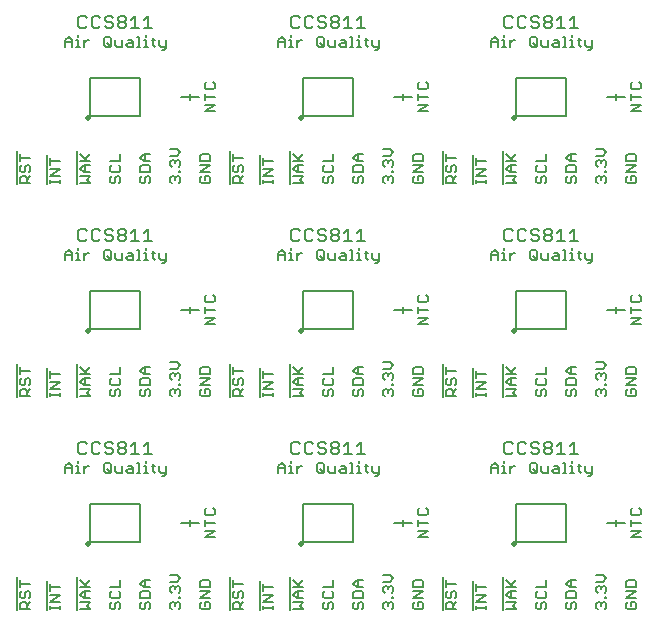
<source format=gto>
G75*
%MOIN*%
%OFA0B0*%
%FSLAX25Y25*%
%IPPOS*%
%LPD*%
%AMOC8*
5,1,8,0,0,1.08239X$1,22.5*
%
%ADD10C,0.00600*%
%ADD11C,0.00700*%
%ADD12C,0.00800*%
%ADD13C,0.02007*%
%ADD14C,0.00500*%
D10*
X0004350Y0016060D02*
X0004350Y0027109D01*
X0005547Y0025995D02*
X0005547Y0023726D01*
X0005547Y0024861D02*
X0008950Y0024861D01*
X0008383Y0022312D02*
X0008950Y0021745D01*
X0008950Y0020610D01*
X0008383Y0020043D01*
X0007249Y0020610D02*
X0007249Y0021745D01*
X0007816Y0022312D01*
X0008383Y0022312D01*
X0007249Y0020610D02*
X0006681Y0020043D01*
X0006114Y0020043D01*
X0005547Y0020610D01*
X0005547Y0021745D01*
X0006114Y0022312D01*
X0006114Y0018629D02*
X0007249Y0018629D01*
X0007816Y0018061D01*
X0007816Y0016360D01*
X0008950Y0016360D02*
X0005547Y0016360D01*
X0005547Y0018061D01*
X0006114Y0018629D01*
X0007816Y0017494D02*
X0008950Y0018629D01*
X0014350Y0016060D02*
X0014350Y0025882D01*
X0015547Y0024767D02*
X0015547Y0022499D01*
X0015547Y0023633D02*
X0018950Y0023633D01*
X0018950Y0021084D02*
X0015547Y0021084D01*
X0015547Y0018815D02*
X0018950Y0021084D01*
X0018950Y0018815D02*
X0015547Y0018815D01*
X0015547Y0017494D02*
X0015547Y0016360D01*
X0015547Y0016927D02*
X0018950Y0016927D01*
X0018950Y0016360D02*
X0018950Y0017494D01*
X0024350Y0016060D02*
X0024350Y0027109D01*
X0025547Y0025995D02*
X0027816Y0023726D01*
X0027249Y0024293D02*
X0028950Y0025995D01*
X0028950Y0023726D02*
X0025547Y0023726D01*
X0026681Y0022312D02*
X0025547Y0021177D01*
X0026681Y0020043D01*
X0028950Y0020043D01*
X0028950Y0018629D02*
X0025547Y0018629D01*
X0027249Y0020043D02*
X0027249Y0022312D01*
X0026681Y0022312D02*
X0028950Y0022312D01*
X0028950Y0018629D02*
X0027816Y0017494D01*
X0028950Y0016360D01*
X0025547Y0016360D01*
X0035547Y0016927D02*
X0036114Y0016360D01*
X0036681Y0016360D01*
X0037249Y0016927D01*
X0037249Y0018061D01*
X0037816Y0018629D01*
X0038383Y0018629D01*
X0038950Y0018061D01*
X0038950Y0016927D01*
X0038383Y0016360D01*
X0035547Y0016927D02*
X0035547Y0018061D01*
X0036114Y0018629D01*
X0036114Y0020043D02*
X0038383Y0020043D01*
X0038950Y0020610D01*
X0038950Y0021745D01*
X0038383Y0022312D01*
X0038950Y0023726D02*
X0038950Y0025995D01*
X0038950Y0023726D02*
X0035547Y0023726D01*
X0036114Y0022312D02*
X0035547Y0021745D01*
X0035547Y0020610D01*
X0036114Y0020043D01*
X0045547Y0020043D02*
X0045547Y0021745D01*
X0046114Y0022312D01*
X0048383Y0022312D01*
X0048950Y0021745D01*
X0048950Y0020043D01*
X0045547Y0020043D01*
X0046114Y0018629D02*
X0045547Y0018061D01*
X0045547Y0016927D01*
X0046114Y0016360D01*
X0046681Y0016360D01*
X0047249Y0016927D01*
X0047249Y0018061D01*
X0047816Y0018629D01*
X0048383Y0018629D01*
X0048950Y0018061D01*
X0048950Y0016927D01*
X0048383Y0016360D01*
X0055547Y0016927D02*
X0055547Y0018061D01*
X0056114Y0018629D01*
X0056681Y0018629D01*
X0057249Y0018061D01*
X0057816Y0018629D01*
X0058383Y0018629D01*
X0058950Y0018061D01*
X0058950Y0016927D01*
X0058383Y0016360D01*
X0057249Y0017494D02*
X0057249Y0018061D01*
X0056114Y0016360D02*
X0055547Y0016927D01*
X0058383Y0020043D02*
X0058383Y0020610D01*
X0058950Y0020610D01*
X0058950Y0020043D01*
X0058383Y0020043D01*
X0058383Y0021885D02*
X0058950Y0022452D01*
X0058950Y0023586D01*
X0058383Y0024153D01*
X0057816Y0024153D01*
X0057249Y0023586D01*
X0057249Y0023019D01*
X0057249Y0023586D02*
X0056681Y0024153D01*
X0056114Y0024153D01*
X0055547Y0023586D01*
X0055547Y0022452D01*
X0056114Y0021885D01*
X0055547Y0025568D02*
X0057816Y0025568D01*
X0058950Y0026702D01*
X0057816Y0027836D01*
X0055547Y0027836D01*
X0048950Y0025995D02*
X0046681Y0025995D01*
X0045547Y0024861D01*
X0046681Y0023726D01*
X0048950Y0023726D01*
X0047249Y0023726D02*
X0047249Y0025995D01*
X0065547Y0025428D02*
X0065547Y0023726D01*
X0068950Y0023726D01*
X0068950Y0025428D01*
X0068383Y0025995D01*
X0066114Y0025995D01*
X0065547Y0025428D01*
X0065547Y0022312D02*
X0068950Y0022312D01*
X0065547Y0020043D01*
X0068950Y0020043D01*
X0068383Y0018629D02*
X0067249Y0018629D01*
X0067249Y0017494D01*
X0068383Y0016360D02*
X0066114Y0016360D01*
X0065547Y0016927D01*
X0065547Y0018061D01*
X0066114Y0018629D01*
X0068383Y0018629D02*
X0068950Y0018061D01*
X0068950Y0016927D01*
X0068383Y0016360D01*
X0075350Y0016060D02*
X0075350Y0027109D01*
X0076547Y0025995D02*
X0076547Y0023726D01*
X0076547Y0024861D02*
X0079950Y0024861D01*
X0079383Y0022312D02*
X0079950Y0021745D01*
X0079950Y0020610D01*
X0079383Y0020043D01*
X0078249Y0020610D02*
X0078249Y0021745D01*
X0078816Y0022312D01*
X0079383Y0022312D01*
X0078249Y0020610D02*
X0077681Y0020043D01*
X0077114Y0020043D01*
X0076547Y0020610D01*
X0076547Y0021745D01*
X0077114Y0022312D01*
X0077114Y0018629D02*
X0078249Y0018629D01*
X0078816Y0018061D01*
X0078816Y0016360D01*
X0079950Y0016360D02*
X0076547Y0016360D01*
X0076547Y0018061D01*
X0077114Y0018629D01*
X0078816Y0017494D02*
X0079950Y0018629D01*
X0085350Y0016060D02*
X0085350Y0025882D01*
X0086547Y0024767D02*
X0086547Y0022499D01*
X0086547Y0023633D02*
X0089950Y0023633D01*
X0089950Y0021084D02*
X0086547Y0021084D01*
X0086547Y0018815D02*
X0089950Y0021084D01*
X0089950Y0018815D02*
X0086547Y0018815D01*
X0086547Y0017494D02*
X0086547Y0016360D01*
X0086547Y0016927D02*
X0089950Y0016927D01*
X0089950Y0016360D02*
X0089950Y0017494D01*
X0095350Y0016060D02*
X0095350Y0027109D01*
X0096547Y0025995D02*
X0098816Y0023726D01*
X0098249Y0024293D02*
X0099950Y0025995D01*
X0099950Y0023726D02*
X0096547Y0023726D01*
X0097681Y0022312D02*
X0099950Y0022312D01*
X0098249Y0022312D02*
X0098249Y0020043D01*
X0097681Y0020043D02*
X0096547Y0021177D01*
X0097681Y0022312D01*
X0097681Y0020043D02*
X0099950Y0020043D01*
X0099950Y0018629D02*
X0096547Y0018629D01*
X0096547Y0016360D02*
X0099950Y0016360D01*
X0098816Y0017494D01*
X0099950Y0018629D01*
X0106547Y0018061D02*
X0106547Y0016927D01*
X0107114Y0016360D01*
X0107681Y0016360D01*
X0108249Y0016927D01*
X0108249Y0018061D01*
X0108816Y0018629D01*
X0109383Y0018629D01*
X0109950Y0018061D01*
X0109950Y0016927D01*
X0109383Y0016360D01*
X0107114Y0018629D02*
X0106547Y0018061D01*
X0107114Y0020043D02*
X0109383Y0020043D01*
X0109950Y0020610D01*
X0109950Y0021745D01*
X0109383Y0022312D01*
X0109950Y0023726D02*
X0109950Y0025995D01*
X0109950Y0023726D02*
X0106547Y0023726D01*
X0107114Y0022312D02*
X0106547Y0021745D01*
X0106547Y0020610D01*
X0107114Y0020043D01*
X0116547Y0020043D02*
X0116547Y0021745D01*
X0117114Y0022312D01*
X0119383Y0022312D01*
X0119950Y0021745D01*
X0119950Y0020043D01*
X0116547Y0020043D01*
X0117114Y0018629D02*
X0116547Y0018061D01*
X0116547Y0016927D01*
X0117114Y0016360D01*
X0117681Y0016360D01*
X0118249Y0016927D01*
X0118249Y0018061D01*
X0118816Y0018629D01*
X0119383Y0018629D01*
X0119950Y0018061D01*
X0119950Y0016927D01*
X0119383Y0016360D01*
X0119950Y0023726D02*
X0117681Y0023726D01*
X0116547Y0024861D01*
X0117681Y0025995D01*
X0119950Y0025995D01*
X0118249Y0025995D02*
X0118249Y0023726D01*
X0126547Y0023586D02*
X0127114Y0024153D01*
X0127681Y0024153D01*
X0128249Y0023586D01*
X0128816Y0024153D01*
X0129383Y0024153D01*
X0129950Y0023586D01*
X0129950Y0022452D01*
X0129383Y0021885D01*
X0129383Y0020610D02*
X0129950Y0020610D01*
X0129950Y0020043D01*
X0129383Y0020043D01*
X0129383Y0020610D01*
X0129383Y0018629D02*
X0129950Y0018061D01*
X0129950Y0016927D01*
X0129383Y0016360D01*
X0128249Y0017494D02*
X0128249Y0018061D01*
X0128816Y0018629D01*
X0129383Y0018629D01*
X0128249Y0018061D02*
X0127681Y0018629D01*
X0127114Y0018629D01*
X0126547Y0018061D01*
X0126547Y0016927D01*
X0127114Y0016360D01*
X0127114Y0021885D02*
X0126547Y0022452D01*
X0126547Y0023586D01*
X0128249Y0023586D02*
X0128249Y0023019D01*
X0128816Y0025568D02*
X0126547Y0025568D01*
X0126547Y0027836D02*
X0128816Y0027836D01*
X0129950Y0026702D01*
X0128816Y0025568D01*
X0136547Y0025428D02*
X0136547Y0023726D01*
X0139950Y0023726D01*
X0139950Y0025428D01*
X0139383Y0025995D01*
X0137114Y0025995D01*
X0136547Y0025428D01*
X0136547Y0022312D02*
X0139950Y0022312D01*
X0136547Y0020043D01*
X0139950Y0020043D01*
X0139383Y0018629D02*
X0138249Y0018629D01*
X0138249Y0017494D01*
X0139383Y0016360D02*
X0137114Y0016360D01*
X0136547Y0016927D01*
X0136547Y0018061D01*
X0137114Y0018629D01*
X0139383Y0018629D02*
X0139950Y0018061D01*
X0139950Y0016927D01*
X0139383Y0016360D01*
X0146350Y0016060D02*
X0146350Y0027109D01*
X0147547Y0025995D02*
X0147547Y0023726D01*
X0147547Y0024861D02*
X0150950Y0024861D01*
X0150383Y0022312D02*
X0149816Y0022312D01*
X0149249Y0021745D01*
X0149249Y0020610D01*
X0148681Y0020043D01*
X0148114Y0020043D01*
X0147547Y0020610D01*
X0147547Y0021745D01*
X0148114Y0022312D01*
X0150383Y0022312D02*
X0150950Y0021745D01*
X0150950Y0020610D01*
X0150383Y0020043D01*
X0150950Y0018629D02*
X0149816Y0017494D01*
X0149816Y0018061D02*
X0149816Y0016360D01*
X0150950Y0016360D02*
X0147547Y0016360D01*
X0147547Y0018061D01*
X0148114Y0018629D01*
X0149249Y0018629D01*
X0149816Y0018061D01*
X0156350Y0016060D02*
X0156350Y0025882D01*
X0157547Y0024767D02*
X0157547Y0022499D01*
X0157547Y0023633D02*
X0160950Y0023633D01*
X0160950Y0021084D02*
X0157547Y0021084D01*
X0157547Y0018815D02*
X0160950Y0021084D01*
X0160950Y0018815D02*
X0157547Y0018815D01*
X0157547Y0017494D02*
X0157547Y0016360D01*
X0157547Y0016927D02*
X0160950Y0016927D01*
X0160950Y0016360D02*
X0160950Y0017494D01*
X0166350Y0016060D02*
X0166350Y0027109D01*
X0167547Y0025995D02*
X0169816Y0023726D01*
X0169249Y0024293D02*
X0170950Y0025995D01*
X0170950Y0023726D02*
X0167547Y0023726D01*
X0168681Y0022312D02*
X0170950Y0022312D01*
X0169249Y0022312D02*
X0169249Y0020043D01*
X0168681Y0020043D02*
X0167547Y0021177D01*
X0168681Y0022312D01*
X0168681Y0020043D02*
X0170950Y0020043D01*
X0170950Y0018629D02*
X0167547Y0018629D01*
X0167547Y0016360D02*
X0170950Y0016360D01*
X0169816Y0017494D01*
X0170950Y0018629D01*
X0177547Y0018061D02*
X0177547Y0016927D01*
X0178114Y0016360D01*
X0178681Y0016360D01*
X0179249Y0016927D01*
X0179249Y0018061D01*
X0179816Y0018629D01*
X0180383Y0018629D01*
X0180950Y0018061D01*
X0180950Y0016927D01*
X0180383Y0016360D01*
X0178114Y0018629D02*
X0177547Y0018061D01*
X0178114Y0020043D02*
X0180383Y0020043D01*
X0180950Y0020610D01*
X0180950Y0021745D01*
X0180383Y0022312D01*
X0180950Y0023726D02*
X0180950Y0025995D01*
X0180950Y0023726D02*
X0177547Y0023726D01*
X0178114Y0022312D02*
X0177547Y0021745D01*
X0177547Y0020610D01*
X0178114Y0020043D01*
X0187547Y0020043D02*
X0187547Y0021745D01*
X0188114Y0022312D01*
X0190383Y0022312D01*
X0190950Y0021745D01*
X0190950Y0020043D01*
X0187547Y0020043D01*
X0188114Y0018629D02*
X0187547Y0018061D01*
X0187547Y0016927D01*
X0188114Y0016360D01*
X0188681Y0016360D01*
X0189249Y0016927D01*
X0189249Y0018061D01*
X0189816Y0018629D01*
X0190383Y0018629D01*
X0190950Y0018061D01*
X0190950Y0016927D01*
X0190383Y0016360D01*
X0197547Y0016927D02*
X0197547Y0018061D01*
X0198114Y0018629D01*
X0198681Y0018629D01*
X0199249Y0018061D01*
X0199816Y0018629D01*
X0200383Y0018629D01*
X0200950Y0018061D01*
X0200950Y0016927D01*
X0200383Y0016360D01*
X0199249Y0017494D02*
X0199249Y0018061D01*
X0198114Y0016360D02*
X0197547Y0016927D01*
X0200383Y0020043D02*
X0200383Y0020610D01*
X0200950Y0020610D01*
X0200950Y0020043D01*
X0200383Y0020043D01*
X0200383Y0021885D02*
X0200950Y0022452D01*
X0200950Y0023586D01*
X0200383Y0024153D01*
X0199816Y0024153D01*
X0199249Y0023586D01*
X0199249Y0023019D01*
X0199249Y0023586D02*
X0198681Y0024153D01*
X0198114Y0024153D01*
X0197547Y0023586D01*
X0197547Y0022452D01*
X0198114Y0021885D01*
X0197547Y0025568D02*
X0199816Y0025568D01*
X0200950Y0026702D01*
X0199816Y0027836D01*
X0197547Y0027836D01*
X0190950Y0025995D02*
X0188681Y0025995D01*
X0187547Y0024861D01*
X0188681Y0023726D01*
X0190950Y0023726D01*
X0189249Y0023726D02*
X0189249Y0025995D01*
X0207547Y0025428D02*
X0207547Y0023726D01*
X0210950Y0023726D01*
X0210950Y0025428D01*
X0210383Y0025995D01*
X0208114Y0025995D01*
X0207547Y0025428D01*
X0207547Y0022312D02*
X0210950Y0022312D01*
X0207547Y0020043D01*
X0210950Y0020043D01*
X0210383Y0018629D02*
X0209249Y0018629D01*
X0209249Y0017494D01*
X0210383Y0016360D02*
X0210950Y0016927D01*
X0210950Y0018061D01*
X0210383Y0018629D01*
X0208114Y0018629D02*
X0207547Y0018061D01*
X0207547Y0016927D01*
X0208114Y0016360D01*
X0210383Y0016360D01*
X0209047Y0040335D02*
X0212450Y0042604D01*
X0209047Y0042604D01*
X0209047Y0044018D02*
X0209047Y0046287D01*
X0209047Y0045153D02*
X0212450Y0045153D01*
X0211883Y0047702D02*
X0209614Y0047702D01*
X0209047Y0048269D01*
X0209047Y0049403D01*
X0209614Y0049970D01*
X0211883Y0049970D02*
X0212450Y0049403D01*
X0212450Y0048269D01*
X0211883Y0047702D01*
X0212450Y0040335D02*
X0209047Y0040335D01*
X0195563Y0060726D02*
X0194996Y0060726D01*
X0195563Y0060726D02*
X0196130Y0061293D01*
X0196130Y0064129D01*
X0193862Y0064129D02*
X0193862Y0062427D01*
X0194429Y0061860D01*
X0196130Y0061860D01*
X0192541Y0061860D02*
X0191973Y0062427D01*
X0191973Y0064696D01*
X0191406Y0064129D02*
X0192541Y0064129D01*
X0189518Y0064129D02*
X0189518Y0061860D01*
X0188951Y0061860D02*
X0190085Y0061860D01*
X0189518Y0064129D02*
X0188951Y0064129D01*
X0189518Y0065263D02*
X0189518Y0065830D01*
X0187063Y0065263D02*
X0187063Y0061860D01*
X0187630Y0061860D02*
X0186495Y0061860D01*
X0185081Y0061860D02*
X0183379Y0061860D01*
X0182812Y0062427D01*
X0183379Y0062994D01*
X0185081Y0062994D01*
X0185081Y0063561D02*
X0185081Y0061860D01*
X0185081Y0063561D02*
X0184514Y0064129D01*
X0183379Y0064129D01*
X0181398Y0064129D02*
X0181398Y0061860D01*
X0179696Y0061860D01*
X0179129Y0062427D01*
X0179129Y0064129D01*
X0177715Y0064696D02*
X0177715Y0062427D01*
X0177148Y0061860D01*
X0176013Y0061860D01*
X0175446Y0062427D01*
X0175446Y0064696D01*
X0176013Y0065263D01*
X0177148Y0065263D01*
X0177715Y0064696D01*
X0176580Y0062994D02*
X0177715Y0061860D01*
X0170395Y0064129D02*
X0169828Y0064129D01*
X0168694Y0062994D01*
X0168694Y0061860D02*
X0168694Y0064129D01*
X0166805Y0064129D02*
X0166805Y0061860D01*
X0166238Y0061860D02*
X0167373Y0061860D01*
X0166805Y0064129D02*
X0166238Y0064129D01*
X0166805Y0065263D02*
X0166805Y0065830D01*
X0164824Y0064129D02*
X0164824Y0061860D01*
X0164824Y0063561D02*
X0162555Y0063561D01*
X0162555Y0064129D02*
X0162555Y0061860D01*
X0162555Y0064129D02*
X0163689Y0065263D01*
X0164824Y0064129D01*
X0186495Y0065263D02*
X0187063Y0065263D01*
X0188114Y0087360D02*
X0188681Y0087360D01*
X0189249Y0087927D01*
X0189249Y0089061D01*
X0189816Y0089629D01*
X0190383Y0089629D01*
X0190950Y0089061D01*
X0190950Y0087927D01*
X0190383Y0087360D01*
X0188114Y0087360D02*
X0187547Y0087927D01*
X0187547Y0089061D01*
X0188114Y0089629D01*
X0187547Y0091043D02*
X0187547Y0092745D01*
X0188114Y0093312D01*
X0190383Y0093312D01*
X0190950Y0092745D01*
X0190950Y0091043D01*
X0187547Y0091043D01*
X0188681Y0094726D02*
X0187547Y0095861D01*
X0188681Y0096995D01*
X0190950Y0096995D01*
X0189249Y0096995D02*
X0189249Y0094726D01*
X0188681Y0094726D02*
X0190950Y0094726D01*
X0197547Y0094586D02*
X0197547Y0093452D01*
X0198114Y0092885D01*
X0199249Y0094019D02*
X0199249Y0094586D01*
X0199816Y0095153D01*
X0200383Y0095153D01*
X0200950Y0094586D01*
X0200950Y0093452D01*
X0200383Y0092885D01*
X0200383Y0091610D02*
X0200950Y0091610D01*
X0200950Y0091043D01*
X0200383Y0091043D01*
X0200383Y0091610D01*
X0200383Y0089629D02*
X0199816Y0089629D01*
X0199249Y0089061D01*
X0199249Y0088494D01*
X0199249Y0089061D02*
X0198681Y0089629D01*
X0198114Y0089629D01*
X0197547Y0089061D01*
X0197547Y0087927D01*
X0198114Y0087360D01*
X0200383Y0087360D02*
X0200950Y0087927D01*
X0200950Y0089061D01*
X0200383Y0089629D01*
X0199249Y0094586D02*
X0198681Y0095153D01*
X0198114Y0095153D01*
X0197547Y0094586D01*
X0197547Y0096568D02*
X0199816Y0096568D01*
X0200950Y0097702D01*
X0199816Y0098836D01*
X0197547Y0098836D01*
X0207547Y0096428D02*
X0207547Y0094726D01*
X0210950Y0094726D01*
X0210950Y0096428D01*
X0210383Y0096995D01*
X0208114Y0096995D01*
X0207547Y0096428D01*
X0207547Y0093312D02*
X0210950Y0093312D01*
X0207547Y0091043D01*
X0210950Y0091043D01*
X0210383Y0089629D02*
X0209249Y0089629D01*
X0209249Y0088494D01*
X0210383Y0087360D02*
X0208114Y0087360D01*
X0207547Y0087927D01*
X0207547Y0089061D01*
X0208114Y0089629D01*
X0210383Y0089629D02*
X0210950Y0089061D01*
X0210950Y0087927D01*
X0210383Y0087360D01*
X0209047Y0111335D02*
X0212450Y0113604D01*
X0209047Y0113604D01*
X0209047Y0115018D02*
X0209047Y0117287D01*
X0209047Y0116153D02*
X0212450Y0116153D01*
X0211883Y0118702D02*
X0209614Y0118702D01*
X0209047Y0119269D01*
X0209047Y0120403D01*
X0209614Y0120970D01*
X0211883Y0120970D02*
X0212450Y0120403D01*
X0212450Y0119269D01*
X0211883Y0118702D01*
X0212450Y0111335D02*
X0209047Y0111335D01*
X0195563Y0131726D02*
X0194996Y0131726D01*
X0195563Y0131726D02*
X0196130Y0132293D01*
X0196130Y0135129D01*
X0193862Y0135129D02*
X0193862Y0133427D01*
X0194429Y0132860D01*
X0196130Y0132860D01*
X0192541Y0132860D02*
X0191973Y0133427D01*
X0191973Y0135696D01*
X0191406Y0135129D02*
X0192541Y0135129D01*
X0189518Y0135129D02*
X0189518Y0132860D01*
X0188951Y0132860D02*
X0190085Y0132860D01*
X0189518Y0135129D02*
X0188951Y0135129D01*
X0189518Y0136263D02*
X0189518Y0136830D01*
X0187063Y0136263D02*
X0187063Y0132860D01*
X0187630Y0132860D02*
X0186495Y0132860D01*
X0185081Y0132860D02*
X0183379Y0132860D01*
X0182812Y0133427D01*
X0183379Y0133994D01*
X0185081Y0133994D01*
X0185081Y0134561D02*
X0185081Y0132860D01*
X0185081Y0134561D02*
X0184514Y0135129D01*
X0183379Y0135129D01*
X0181398Y0135129D02*
X0181398Y0132860D01*
X0179696Y0132860D01*
X0179129Y0133427D01*
X0179129Y0135129D01*
X0177715Y0135696D02*
X0177715Y0133427D01*
X0177148Y0132860D01*
X0176013Y0132860D01*
X0175446Y0133427D01*
X0175446Y0135696D01*
X0176013Y0136263D01*
X0177148Y0136263D01*
X0177715Y0135696D01*
X0176580Y0133994D02*
X0177715Y0132860D01*
X0170395Y0135129D02*
X0169828Y0135129D01*
X0168694Y0133994D01*
X0168694Y0132860D02*
X0168694Y0135129D01*
X0166805Y0135129D02*
X0166805Y0132860D01*
X0166238Y0132860D02*
X0167373Y0132860D01*
X0166805Y0135129D02*
X0166238Y0135129D01*
X0166805Y0136263D02*
X0166805Y0136830D01*
X0164824Y0135129D02*
X0164824Y0132860D01*
X0164824Y0134561D02*
X0162555Y0134561D01*
X0162555Y0135129D02*
X0163689Y0136263D01*
X0164824Y0135129D01*
X0162555Y0135129D02*
X0162555Y0132860D01*
X0141450Y0120403D02*
X0140883Y0120970D01*
X0141450Y0120403D02*
X0141450Y0119269D01*
X0140883Y0118702D01*
X0138614Y0118702D01*
X0138047Y0119269D01*
X0138047Y0120403D01*
X0138614Y0120970D01*
X0138047Y0117287D02*
X0138047Y0115018D01*
X0138047Y0116153D02*
X0141450Y0116153D01*
X0141450Y0113604D02*
X0138047Y0113604D01*
X0138047Y0111335D02*
X0141450Y0113604D01*
X0141450Y0111335D02*
X0138047Y0111335D01*
X0128816Y0098836D02*
X0126547Y0098836D01*
X0128816Y0098836D02*
X0129950Y0097702D01*
X0128816Y0096568D01*
X0126547Y0096568D01*
X0127114Y0095153D02*
X0127681Y0095153D01*
X0128249Y0094586D01*
X0128816Y0095153D01*
X0129383Y0095153D01*
X0129950Y0094586D01*
X0129950Y0093452D01*
X0129383Y0092885D01*
X0129383Y0091610D02*
X0129950Y0091610D01*
X0129950Y0091043D01*
X0129383Y0091043D01*
X0129383Y0091610D01*
X0129383Y0089629D02*
X0129950Y0089061D01*
X0129950Y0087927D01*
X0129383Y0087360D01*
X0128249Y0088494D02*
X0128249Y0089061D01*
X0128816Y0089629D01*
X0129383Y0089629D01*
X0128249Y0089061D02*
X0127681Y0089629D01*
X0127114Y0089629D01*
X0126547Y0089061D01*
X0126547Y0087927D01*
X0127114Y0087360D01*
X0127114Y0092885D02*
X0126547Y0093452D01*
X0126547Y0094586D01*
X0127114Y0095153D01*
X0128249Y0094586D02*
X0128249Y0094019D01*
X0136547Y0093312D02*
X0139950Y0093312D01*
X0136547Y0091043D01*
X0139950Y0091043D01*
X0139383Y0089629D02*
X0138249Y0089629D01*
X0138249Y0088494D01*
X0139383Y0087360D02*
X0137114Y0087360D01*
X0136547Y0087927D01*
X0136547Y0089061D01*
X0137114Y0089629D01*
X0139383Y0089629D02*
X0139950Y0089061D01*
X0139950Y0087927D01*
X0139383Y0087360D01*
X0146350Y0087060D02*
X0146350Y0098109D01*
X0147547Y0096995D02*
X0147547Y0094726D01*
X0147547Y0095861D02*
X0150950Y0095861D01*
X0150383Y0093312D02*
X0149816Y0093312D01*
X0149249Y0092745D01*
X0149249Y0091610D01*
X0148681Y0091043D01*
X0148114Y0091043D01*
X0147547Y0091610D01*
X0147547Y0092745D01*
X0148114Y0093312D01*
X0150383Y0093312D02*
X0150950Y0092745D01*
X0150950Y0091610D01*
X0150383Y0091043D01*
X0150950Y0089629D02*
X0149816Y0088494D01*
X0149816Y0089061D02*
X0149816Y0087360D01*
X0150950Y0087360D02*
X0147547Y0087360D01*
X0147547Y0089061D01*
X0148114Y0089629D01*
X0149249Y0089629D01*
X0149816Y0089061D01*
X0156350Y0087060D02*
X0156350Y0096882D01*
X0157547Y0095767D02*
X0157547Y0093499D01*
X0157547Y0094633D02*
X0160950Y0094633D01*
X0160950Y0092084D02*
X0157547Y0092084D01*
X0157547Y0089815D02*
X0160950Y0092084D01*
X0160950Y0089815D02*
X0157547Y0089815D01*
X0157547Y0088494D02*
X0157547Y0087360D01*
X0157547Y0087927D02*
X0160950Y0087927D01*
X0160950Y0087360D02*
X0160950Y0088494D01*
X0166350Y0087060D02*
X0166350Y0098109D01*
X0167547Y0096995D02*
X0169816Y0094726D01*
X0169249Y0095293D02*
X0170950Y0096995D01*
X0170950Y0094726D02*
X0167547Y0094726D01*
X0168681Y0093312D02*
X0170950Y0093312D01*
X0169249Y0093312D02*
X0169249Y0091043D01*
X0168681Y0091043D02*
X0167547Y0092177D01*
X0168681Y0093312D01*
X0168681Y0091043D02*
X0170950Y0091043D01*
X0170950Y0089629D02*
X0167547Y0089629D01*
X0167547Y0087360D02*
X0170950Y0087360D01*
X0169816Y0088494D01*
X0170950Y0089629D01*
X0177547Y0089061D02*
X0177547Y0087927D01*
X0178114Y0087360D01*
X0178681Y0087360D01*
X0179249Y0087927D01*
X0179249Y0089061D01*
X0179816Y0089629D01*
X0180383Y0089629D01*
X0180950Y0089061D01*
X0180950Y0087927D01*
X0180383Y0087360D01*
X0178114Y0089629D02*
X0177547Y0089061D01*
X0178114Y0091043D02*
X0180383Y0091043D01*
X0180950Y0091610D01*
X0180950Y0092745D01*
X0180383Y0093312D01*
X0180950Y0094726D02*
X0180950Y0096995D01*
X0180950Y0094726D02*
X0177547Y0094726D01*
X0178114Y0093312D02*
X0177547Y0092745D01*
X0177547Y0091610D01*
X0178114Y0091043D01*
X0139950Y0094726D02*
X0139950Y0096428D01*
X0139383Y0096995D01*
X0137114Y0096995D01*
X0136547Y0096428D01*
X0136547Y0094726D01*
X0139950Y0094726D01*
X0119950Y0094726D02*
X0117681Y0094726D01*
X0116547Y0095861D01*
X0117681Y0096995D01*
X0119950Y0096995D01*
X0118249Y0096995D02*
X0118249Y0094726D01*
X0119383Y0093312D02*
X0117114Y0093312D01*
X0116547Y0092745D01*
X0116547Y0091043D01*
X0119950Y0091043D01*
X0119950Y0092745D01*
X0119383Y0093312D01*
X0119383Y0089629D02*
X0119950Y0089061D01*
X0119950Y0087927D01*
X0119383Y0087360D01*
X0118249Y0087927D02*
X0117681Y0087360D01*
X0117114Y0087360D01*
X0116547Y0087927D01*
X0116547Y0089061D01*
X0117114Y0089629D01*
X0118249Y0089061D02*
X0118816Y0089629D01*
X0119383Y0089629D01*
X0118249Y0089061D02*
X0118249Y0087927D01*
X0109950Y0087927D02*
X0109383Y0087360D01*
X0109950Y0087927D02*
X0109950Y0089061D01*
X0109383Y0089629D01*
X0108816Y0089629D01*
X0108249Y0089061D01*
X0108249Y0087927D01*
X0107681Y0087360D01*
X0107114Y0087360D01*
X0106547Y0087927D01*
X0106547Y0089061D01*
X0107114Y0089629D01*
X0107114Y0091043D02*
X0109383Y0091043D01*
X0109950Y0091610D01*
X0109950Y0092745D01*
X0109383Y0093312D01*
X0109950Y0094726D02*
X0106547Y0094726D01*
X0107114Y0093312D02*
X0106547Y0092745D01*
X0106547Y0091610D01*
X0107114Y0091043D01*
X0109950Y0094726D02*
X0109950Y0096995D01*
X0099950Y0096995D02*
X0098249Y0095293D01*
X0098816Y0094726D02*
X0096547Y0096995D01*
X0095350Y0098109D02*
X0095350Y0087060D01*
X0096547Y0087360D02*
X0099950Y0087360D01*
X0098816Y0088494D01*
X0099950Y0089629D01*
X0096547Y0089629D01*
X0097681Y0091043D02*
X0096547Y0092177D01*
X0097681Y0093312D01*
X0099950Y0093312D01*
X0099950Y0094726D02*
X0096547Y0094726D01*
X0098249Y0093312D02*
X0098249Y0091043D01*
X0097681Y0091043D02*
X0099950Y0091043D01*
X0089950Y0092084D02*
X0086547Y0092084D01*
X0086547Y0093499D02*
X0086547Y0095767D01*
X0086547Y0094633D02*
X0089950Y0094633D01*
X0089950Y0092084D02*
X0086547Y0089815D01*
X0089950Y0089815D01*
X0089950Y0088494D02*
X0089950Y0087360D01*
X0089950Y0087927D02*
X0086547Y0087927D01*
X0086547Y0087360D02*
X0086547Y0088494D01*
X0085350Y0087060D02*
X0085350Y0096882D01*
X0079950Y0095861D02*
X0076547Y0095861D01*
X0076547Y0096995D02*
X0076547Y0094726D01*
X0077114Y0093312D02*
X0076547Y0092745D01*
X0076547Y0091610D01*
X0077114Y0091043D01*
X0077681Y0091043D01*
X0078249Y0091610D01*
X0078249Y0092745D01*
X0078816Y0093312D01*
X0079383Y0093312D01*
X0079950Y0092745D01*
X0079950Y0091610D01*
X0079383Y0091043D01*
X0079950Y0089629D02*
X0078816Y0088494D01*
X0078816Y0089061D02*
X0078816Y0087360D01*
X0079950Y0087360D02*
X0076547Y0087360D01*
X0076547Y0089061D01*
X0077114Y0089629D01*
X0078249Y0089629D01*
X0078816Y0089061D01*
X0075350Y0087060D02*
X0075350Y0098109D01*
X0068950Y0096428D02*
X0068383Y0096995D01*
X0066114Y0096995D01*
X0065547Y0096428D01*
X0065547Y0094726D01*
X0068950Y0094726D01*
X0068950Y0096428D01*
X0068950Y0093312D02*
X0065547Y0093312D01*
X0065547Y0091043D02*
X0068950Y0093312D01*
X0068950Y0091043D02*
X0065547Y0091043D01*
X0066114Y0089629D02*
X0065547Y0089061D01*
X0065547Y0087927D01*
X0066114Y0087360D01*
X0068383Y0087360D01*
X0068950Y0087927D01*
X0068950Y0089061D01*
X0068383Y0089629D01*
X0067249Y0089629D01*
X0067249Y0088494D01*
X0058950Y0087927D02*
X0058383Y0087360D01*
X0058950Y0087927D02*
X0058950Y0089061D01*
X0058383Y0089629D01*
X0057816Y0089629D01*
X0057249Y0089061D01*
X0057249Y0088494D01*
X0057249Y0089061D02*
X0056681Y0089629D01*
X0056114Y0089629D01*
X0055547Y0089061D01*
X0055547Y0087927D01*
X0056114Y0087360D01*
X0058383Y0091043D02*
X0058383Y0091610D01*
X0058950Y0091610D01*
X0058950Y0091043D01*
X0058383Y0091043D01*
X0058383Y0092885D02*
X0058950Y0093452D01*
X0058950Y0094586D01*
X0058383Y0095153D01*
X0057816Y0095153D01*
X0057249Y0094586D01*
X0057249Y0094019D01*
X0057249Y0094586D02*
X0056681Y0095153D01*
X0056114Y0095153D01*
X0055547Y0094586D01*
X0055547Y0093452D01*
X0056114Y0092885D01*
X0055547Y0096568D02*
X0057816Y0096568D01*
X0058950Y0097702D01*
X0057816Y0098836D01*
X0055547Y0098836D01*
X0048950Y0096995D02*
X0046681Y0096995D01*
X0045547Y0095861D01*
X0046681Y0094726D01*
X0048950Y0094726D01*
X0048383Y0093312D02*
X0046114Y0093312D01*
X0045547Y0092745D01*
X0045547Y0091043D01*
X0048950Y0091043D01*
X0048950Y0092745D01*
X0048383Y0093312D01*
X0047249Y0094726D02*
X0047249Y0096995D01*
X0047816Y0089629D02*
X0047249Y0089061D01*
X0047249Y0087927D01*
X0046681Y0087360D01*
X0046114Y0087360D01*
X0045547Y0087927D01*
X0045547Y0089061D01*
X0046114Y0089629D01*
X0047816Y0089629D02*
X0048383Y0089629D01*
X0048950Y0089061D01*
X0048950Y0087927D01*
X0048383Y0087360D01*
X0038950Y0087927D02*
X0038383Y0087360D01*
X0038950Y0087927D02*
X0038950Y0089061D01*
X0038383Y0089629D01*
X0037816Y0089629D01*
X0037249Y0089061D01*
X0037249Y0087927D01*
X0036681Y0087360D01*
X0036114Y0087360D01*
X0035547Y0087927D01*
X0035547Y0089061D01*
X0036114Y0089629D01*
X0036114Y0091043D02*
X0038383Y0091043D01*
X0038950Y0091610D01*
X0038950Y0092745D01*
X0038383Y0093312D01*
X0038950Y0094726D02*
X0035547Y0094726D01*
X0036114Y0093312D02*
X0035547Y0092745D01*
X0035547Y0091610D01*
X0036114Y0091043D01*
X0038950Y0094726D02*
X0038950Y0096995D01*
X0028950Y0096995D02*
X0027249Y0095293D01*
X0027816Y0094726D02*
X0025547Y0096995D01*
X0024350Y0098109D02*
X0024350Y0087060D01*
X0025547Y0087360D02*
X0028950Y0087360D01*
X0027816Y0088494D01*
X0028950Y0089629D01*
X0025547Y0089629D01*
X0026681Y0091043D02*
X0025547Y0092177D01*
X0026681Y0093312D01*
X0028950Y0093312D01*
X0028950Y0094726D02*
X0025547Y0094726D01*
X0027249Y0093312D02*
X0027249Y0091043D01*
X0026681Y0091043D02*
X0028950Y0091043D01*
X0018950Y0092084D02*
X0015547Y0092084D01*
X0015547Y0093499D02*
X0015547Y0095767D01*
X0015547Y0094633D02*
X0018950Y0094633D01*
X0018950Y0092084D02*
X0015547Y0089815D01*
X0018950Y0089815D01*
X0018950Y0088494D02*
X0018950Y0087360D01*
X0018950Y0087927D02*
X0015547Y0087927D01*
X0015547Y0087360D02*
X0015547Y0088494D01*
X0014350Y0087060D02*
X0014350Y0096882D01*
X0008950Y0095861D02*
X0005547Y0095861D01*
X0005547Y0096995D02*
X0005547Y0094726D01*
X0006114Y0093312D02*
X0005547Y0092745D01*
X0005547Y0091610D01*
X0006114Y0091043D01*
X0006681Y0091043D01*
X0007249Y0091610D01*
X0007249Y0092745D01*
X0007816Y0093312D01*
X0008383Y0093312D01*
X0008950Y0092745D01*
X0008950Y0091610D01*
X0008383Y0091043D01*
X0008950Y0089629D02*
X0007816Y0088494D01*
X0007816Y0089061D02*
X0007816Y0087360D01*
X0008950Y0087360D02*
X0005547Y0087360D01*
X0005547Y0089061D01*
X0006114Y0089629D01*
X0007249Y0089629D01*
X0007816Y0089061D01*
X0004350Y0087060D02*
X0004350Y0098109D01*
X0021689Y0065263D02*
X0022824Y0064129D01*
X0022824Y0061860D01*
X0024238Y0061860D02*
X0025373Y0061860D01*
X0024805Y0061860D02*
X0024805Y0064129D01*
X0024238Y0064129D01*
X0024805Y0065263D02*
X0024805Y0065830D01*
X0026694Y0064129D02*
X0026694Y0061860D01*
X0026694Y0062994D02*
X0027828Y0064129D01*
X0028395Y0064129D01*
X0033446Y0064696D02*
X0033446Y0062427D01*
X0034013Y0061860D01*
X0035148Y0061860D01*
X0035715Y0062427D01*
X0035715Y0064696D01*
X0035148Y0065263D01*
X0034013Y0065263D01*
X0033446Y0064696D01*
X0034580Y0062994D02*
X0035715Y0061860D01*
X0037129Y0062427D02*
X0037129Y0064129D01*
X0037129Y0062427D02*
X0037696Y0061860D01*
X0039398Y0061860D01*
X0039398Y0064129D01*
X0041379Y0064129D02*
X0042514Y0064129D01*
X0043081Y0063561D01*
X0043081Y0061860D01*
X0041379Y0061860D01*
X0040812Y0062427D01*
X0041379Y0062994D01*
X0043081Y0062994D01*
X0044495Y0061860D02*
X0045630Y0061860D01*
X0045063Y0061860D02*
X0045063Y0065263D01*
X0044495Y0065263D01*
X0046951Y0064129D02*
X0047518Y0064129D01*
X0047518Y0061860D01*
X0046951Y0061860D02*
X0048085Y0061860D01*
X0049973Y0062427D02*
X0049973Y0064696D01*
X0049406Y0064129D02*
X0050541Y0064129D01*
X0051862Y0064129D02*
X0051862Y0062427D01*
X0052429Y0061860D01*
X0054130Y0061860D01*
X0054130Y0061293D02*
X0053563Y0060726D01*
X0052996Y0060726D01*
X0054130Y0061293D02*
X0054130Y0064129D01*
X0050541Y0061860D02*
X0049973Y0062427D01*
X0047518Y0065263D02*
X0047518Y0065830D01*
X0067047Y0049403D02*
X0067047Y0048269D01*
X0067614Y0047702D01*
X0069883Y0047702D01*
X0070450Y0048269D01*
X0070450Y0049403D01*
X0069883Y0049970D01*
X0067614Y0049970D02*
X0067047Y0049403D01*
X0067047Y0046287D02*
X0067047Y0044018D01*
X0067047Y0045153D02*
X0070450Y0045153D01*
X0070450Y0042604D02*
X0067047Y0042604D01*
X0067047Y0040335D02*
X0070450Y0042604D01*
X0070450Y0040335D02*
X0067047Y0040335D01*
X0091555Y0061860D02*
X0091555Y0064129D01*
X0092689Y0065263D01*
X0093824Y0064129D01*
X0093824Y0061860D01*
X0095238Y0061860D02*
X0096373Y0061860D01*
X0095805Y0061860D02*
X0095805Y0064129D01*
X0095238Y0064129D01*
X0095805Y0065263D02*
X0095805Y0065830D01*
X0097694Y0064129D02*
X0097694Y0061860D01*
X0097694Y0062994D02*
X0098828Y0064129D01*
X0099395Y0064129D01*
X0093824Y0063561D02*
X0091555Y0063561D01*
X0104446Y0062427D02*
X0105013Y0061860D01*
X0106148Y0061860D01*
X0106715Y0062427D01*
X0106715Y0064696D01*
X0106148Y0065263D01*
X0105013Y0065263D01*
X0104446Y0064696D01*
X0104446Y0062427D01*
X0105580Y0062994D02*
X0106715Y0061860D01*
X0108129Y0062427D02*
X0108696Y0061860D01*
X0110398Y0061860D01*
X0110398Y0064129D01*
X0112379Y0064129D02*
X0113514Y0064129D01*
X0114081Y0063561D01*
X0114081Y0061860D01*
X0112379Y0061860D01*
X0111812Y0062427D01*
X0112379Y0062994D01*
X0114081Y0062994D01*
X0115495Y0061860D02*
X0116630Y0061860D01*
X0116063Y0061860D02*
X0116063Y0065263D01*
X0115495Y0065263D01*
X0117951Y0064129D02*
X0118518Y0064129D01*
X0118518Y0061860D01*
X0117951Y0061860D02*
X0119085Y0061860D01*
X0120973Y0062427D02*
X0120973Y0064696D01*
X0120406Y0064129D02*
X0121541Y0064129D01*
X0122862Y0064129D02*
X0122862Y0062427D01*
X0123429Y0061860D01*
X0125130Y0061860D01*
X0125130Y0061293D02*
X0124563Y0060726D01*
X0123996Y0060726D01*
X0125130Y0061293D02*
X0125130Y0064129D01*
X0121541Y0061860D02*
X0120973Y0062427D01*
X0118518Y0065263D02*
X0118518Y0065830D01*
X0108129Y0064129D02*
X0108129Y0062427D01*
X0138047Y0049403D02*
X0138047Y0048269D01*
X0138614Y0047702D01*
X0140883Y0047702D01*
X0141450Y0048269D01*
X0141450Y0049403D01*
X0140883Y0049970D01*
X0138614Y0049970D02*
X0138047Y0049403D01*
X0138047Y0046287D02*
X0138047Y0044018D01*
X0138047Y0045153D02*
X0141450Y0045153D01*
X0141450Y0042604D02*
X0138047Y0042604D01*
X0138047Y0040335D02*
X0141450Y0042604D01*
X0141450Y0040335D02*
X0138047Y0040335D01*
X0070450Y0111335D02*
X0067047Y0111335D01*
X0070450Y0113604D01*
X0067047Y0113604D01*
X0067047Y0115018D02*
X0067047Y0117287D01*
X0067047Y0116153D02*
X0070450Y0116153D01*
X0069883Y0118702D02*
X0067614Y0118702D01*
X0067047Y0119269D01*
X0067047Y0120403D01*
X0067614Y0120970D01*
X0069883Y0120970D02*
X0070450Y0120403D01*
X0070450Y0119269D01*
X0069883Y0118702D01*
X0054130Y0132293D02*
X0053563Y0131726D01*
X0052996Y0131726D01*
X0052429Y0132860D02*
X0051862Y0133427D01*
X0051862Y0135129D01*
X0050541Y0135129D02*
X0049406Y0135129D01*
X0049973Y0135696D02*
X0049973Y0133427D01*
X0050541Y0132860D01*
X0052429Y0132860D02*
X0054130Y0132860D01*
X0054130Y0132293D02*
X0054130Y0135129D01*
X0048085Y0132860D02*
X0046951Y0132860D01*
X0047518Y0132860D02*
X0047518Y0135129D01*
X0046951Y0135129D01*
X0047518Y0136263D02*
X0047518Y0136830D01*
X0045063Y0136263D02*
X0045063Y0132860D01*
X0045630Y0132860D02*
X0044495Y0132860D01*
X0043081Y0132860D02*
X0043081Y0134561D01*
X0042514Y0135129D01*
X0041379Y0135129D01*
X0041379Y0133994D02*
X0043081Y0133994D01*
X0043081Y0132860D02*
X0041379Y0132860D01*
X0040812Y0133427D01*
X0041379Y0133994D01*
X0039398Y0132860D02*
X0039398Y0135129D01*
X0037129Y0135129D02*
X0037129Y0133427D01*
X0037696Y0132860D01*
X0039398Y0132860D01*
X0035715Y0132860D02*
X0034580Y0133994D01*
X0033446Y0133427D02*
X0033446Y0135696D01*
X0034013Y0136263D01*
X0035148Y0136263D01*
X0035715Y0135696D01*
X0035715Y0133427D01*
X0035148Y0132860D01*
X0034013Y0132860D01*
X0033446Y0133427D01*
X0028395Y0135129D02*
X0027828Y0135129D01*
X0026694Y0133994D01*
X0026694Y0132860D02*
X0026694Y0135129D01*
X0024805Y0135129D02*
X0024805Y0132860D01*
X0024238Y0132860D02*
X0025373Y0132860D01*
X0024805Y0135129D02*
X0024238Y0135129D01*
X0024805Y0136263D02*
X0024805Y0136830D01*
X0022824Y0135129D02*
X0022824Y0132860D01*
X0022824Y0134561D02*
X0020555Y0134561D01*
X0020555Y0135129D02*
X0021689Y0136263D01*
X0022824Y0135129D01*
X0020555Y0135129D02*
X0020555Y0132860D01*
X0044495Y0136263D02*
X0045063Y0136263D01*
X0024350Y0158060D02*
X0024350Y0169109D01*
X0025547Y0167995D02*
X0027816Y0165726D01*
X0027249Y0166293D02*
X0028950Y0167995D01*
X0028950Y0165726D02*
X0025547Y0165726D01*
X0026681Y0164312D02*
X0025547Y0163177D01*
X0026681Y0162043D01*
X0028950Y0162043D01*
X0028950Y0160629D02*
X0025547Y0160629D01*
X0027249Y0162043D02*
X0027249Y0164312D01*
X0026681Y0164312D02*
X0028950Y0164312D01*
X0028950Y0160629D02*
X0027816Y0159494D01*
X0028950Y0158360D01*
X0025547Y0158360D01*
X0018950Y0158360D02*
X0018950Y0159494D01*
X0018950Y0158927D02*
X0015547Y0158927D01*
X0015547Y0158360D02*
X0015547Y0159494D01*
X0015547Y0160815D02*
X0018950Y0163084D01*
X0015547Y0163084D01*
X0015547Y0164499D02*
X0015547Y0166767D01*
X0015547Y0165633D02*
X0018950Y0165633D01*
X0018950Y0160815D02*
X0015547Y0160815D01*
X0014350Y0158060D02*
X0014350Y0167882D01*
X0008950Y0166861D02*
X0005547Y0166861D01*
X0005547Y0167995D02*
X0005547Y0165726D01*
X0006114Y0164312D02*
X0005547Y0163745D01*
X0005547Y0162610D01*
X0006114Y0162043D01*
X0006681Y0162043D01*
X0007249Y0162610D01*
X0007249Y0163745D01*
X0007816Y0164312D01*
X0008383Y0164312D01*
X0008950Y0163745D01*
X0008950Y0162610D01*
X0008383Y0162043D01*
X0008950Y0160629D02*
X0007816Y0159494D01*
X0007816Y0160061D02*
X0007816Y0158360D01*
X0008950Y0158360D02*
X0005547Y0158360D01*
X0005547Y0160061D01*
X0006114Y0160629D01*
X0007249Y0160629D01*
X0007816Y0160061D01*
X0004350Y0158060D02*
X0004350Y0169109D01*
X0035547Y0165726D02*
X0038950Y0165726D01*
X0038950Y0167995D01*
X0038383Y0164312D02*
X0038950Y0163745D01*
X0038950Y0162610D01*
X0038383Y0162043D01*
X0036114Y0162043D01*
X0035547Y0162610D01*
X0035547Y0163745D01*
X0036114Y0164312D01*
X0036114Y0160629D02*
X0035547Y0160061D01*
X0035547Y0158927D01*
X0036114Y0158360D01*
X0036681Y0158360D01*
X0037249Y0158927D01*
X0037249Y0160061D01*
X0037816Y0160629D01*
X0038383Y0160629D01*
X0038950Y0160061D01*
X0038950Y0158927D01*
X0038383Y0158360D01*
X0045547Y0158927D02*
X0046114Y0158360D01*
X0046681Y0158360D01*
X0047249Y0158927D01*
X0047249Y0160061D01*
X0047816Y0160629D01*
X0048383Y0160629D01*
X0048950Y0160061D01*
X0048950Y0158927D01*
X0048383Y0158360D01*
X0046114Y0160629D02*
X0045547Y0160061D01*
X0045547Y0158927D01*
X0045547Y0162043D02*
X0045547Y0163745D01*
X0046114Y0164312D01*
X0048383Y0164312D01*
X0048950Y0163745D01*
X0048950Y0162043D01*
X0045547Y0162043D01*
X0046681Y0165726D02*
X0045547Y0166861D01*
X0046681Y0167995D01*
X0048950Y0167995D01*
X0047249Y0167995D02*
X0047249Y0165726D01*
X0046681Y0165726D02*
X0048950Y0165726D01*
X0055547Y0165586D02*
X0055547Y0164452D01*
X0056114Y0163885D01*
X0057249Y0165019D02*
X0057249Y0165586D01*
X0057816Y0166153D01*
X0058383Y0166153D01*
X0058950Y0165586D01*
X0058950Y0164452D01*
X0058383Y0163885D01*
X0058383Y0162610D02*
X0058950Y0162610D01*
X0058950Y0162043D01*
X0058383Y0162043D01*
X0058383Y0162610D01*
X0058383Y0160629D02*
X0058950Y0160061D01*
X0058950Y0158927D01*
X0058383Y0158360D01*
X0057249Y0159494D02*
X0057249Y0160061D01*
X0057816Y0160629D01*
X0058383Y0160629D01*
X0057249Y0160061D02*
X0056681Y0160629D01*
X0056114Y0160629D01*
X0055547Y0160061D01*
X0055547Y0158927D01*
X0056114Y0158360D01*
X0055547Y0165586D02*
X0056114Y0166153D01*
X0056681Y0166153D01*
X0057249Y0165586D01*
X0057816Y0167568D02*
X0055547Y0167568D01*
X0055547Y0169836D02*
X0057816Y0169836D01*
X0058950Y0168702D01*
X0057816Y0167568D01*
X0065547Y0167428D02*
X0065547Y0165726D01*
X0068950Y0165726D01*
X0068950Y0167428D01*
X0068383Y0167995D01*
X0066114Y0167995D01*
X0065547Y0167428D01*
X0065547Y0164312D02*
X0068950Y0164312D01*
X0065547Y0162043D01*
X0068950Y0162043D01*
X0068383Y0160629D02*
X0067249Y0160629D01*
X0067249Y0159494D01*
X0068383Y0158360D02*
X0066114Y0158360D01*
X0065547Y0158927D01*
X0065547Y0160061D01*
X0066114Y0160629D01*
X0068383Y0160629D02*
X0068950Y0160061D01*
X0068950Y0158927D01*
X0068383Y0158360D01*
X0075350Y0158060D02*
X0075350Y0169109D01*
X0076547Y0167995D02*
X0076547Y0165726D01*
X0076547Y0166861D02*
X0079950Y0166861D01*
X0079383Y0164312D02*
X0079950Y0163745D01*
X0079950Y0162610D01*
X0079383Y0162043D01*
X0078249Y0162610D02*
X0078249Y0163745D01*
X0078816Y0164312D01*
X0079383Y0164312D01*
X0078249Y0162610D02*
X0077681Y0162043D01*
X0077114Y0162043D01*
X0076547Y0162610D01*
X0076547Y0163745D01*
X0077114Y0164312D01*
X0077114Y0160629D02*
X0078249Y0160629D01*
X0078816Y0160061D01*
X0078816Y0158360D01*
X0079950Y0158360D02*
X0076547Y0158360D01*
X0076547Y0160061D01*
X0077114Y0160629D01*
X0078816Y0159494D02*
X0079950Y0160629D01*
X0085350Y0158060D02*
X0085350Y0167882D01*
X0086547Y0166767D02*
X0086547Y0164499D01*
X0086547Y0165633D02*
X0089950Y0165633D01*
X0089950Y0163084D02*
X0086547Y0163084D01*
X0086547Y0160815D02*
X0089950Y0163084D01*
X0089950Y0160815D02*
X0086547Y0160815D01*
X0086547Y0159494D02*
X0086547Y0158360D01*
X0086547Y0158927D02*
X0089950Y0158927D01*
X0089950Y0158360D02*
X0089950Y0159494D01*
X0095350Y0158060D02*
X0095350Y0169109D01*
X0096547Y0167995D02*
X0098816Y0165726D01*
X0098249Y0166293D02*
X0099950Y0167995D01*
X0099950Y0165726D02*
X0096547Y0165726D01*
X0097681Y0164312D02*
X0099950Y0164312D01*
X0098249Y0164312D02*
X0098249Y0162043D01*
X0097681Y0162043D02*
X0096547Y0163177D01*
X0097681Y0164312D01*
X0097681Y0162043D02*
X0099950Y0162043D01*
X0099950Y0160629D02*
X0096547Y0160629D01*
X0096547Y0158360D02*
X0099950Y0158360D01*
X0098816Y0159494D01*
X0099950Y0160629D01*
X0106547Y0160061D02*
X0106547Y0158927D01*
X0107114Y0158360D01*
X0107681Y0158360D01*
X0108249Y0158927D01*
X0108249Y0160061D01*
X0108816Y0160629D01*
X0109383Y0160629D01*
X0109950Y0160061D01*
X0109950Y0158927D01*
X0109383Y0158360D01*
X0107114Y0160629D02*
X0106547Y0160061D01*
X0107114Y0162043D02*
X0109383Y0162043D01*
X0109950Y0162610D01*
X0109950Y0163745D01*
X0109383Y0164312D01*
X0109950Y0165726D02*
X0106547Y0165726D01*
X0107114Y0164312D02*
X0106547Y0163745D01*
X0106547Y0162610D01*
X0107114Y0162043D01*
X0109950Y0165726D02*
X0109950Y0167995D01*
X0116547Y0166861D02*
X0117681Y0167995D01*
X0119950Y0167995D01*
X0118249Y0167995D02*
X0118249Y0165726D01*
X0117681Y0165726D02*
X0116547Y0166861D01*
X0117681Y0165726D02*
X0119950Y0165726D01*
X0119383Y0164312D02*
X0117114Y0164312D01*
X0116547Y0163745D01*
X0116547Y0162043D01*
X0119950Y0162043D01*
X0119950Y0163745D01*
X0119383Y0164312D01*
X0119383Y0160629D02*
X0119950Y0160061D01*
X0119950Y0158927D01*
X0119383Y0158360D01*
X0118249Y0158927D02*
X0118249Y0160061D01*
X0118816Y0160629D01*
X0119383Y0160629D01*
X0118249Y0158927D02*
X0117681Y0158360D01*
X0117114Y0158360D01*
X0116547Y0158927D01*
X0116547Y0160061D01*
X0117114Y0160629D01*
X0126547Y0160061D02*
X0127114Y0160629D01*
X0127681Y0160629D01*
X0128249Y0160061D01*
X0128816Y0160629D01*
X0129383Y0160629D01*
X0129950Y0160061D01*
X0129950Y0158927D01*
X0129383Y0158360D01*
X0128249Y0159494D02*
X0128249Y0160061D01*
X0126547Y0160061D02*
X0126547Y0158927D01*
X0127114Y0158360D01*
X0129383Y0162043D02*
X0129383Y0162610D01*
X0129950Y0162610D01*
X0129950Y0162043D01*
X0129383Y0162043D01*
X0129383Y0163885D02*
X0129950Y0164452D01*
X0129950Y0165586D01*
X0129383Y0166153D01*
X0128816Y0166153D01*
X0128249Y0165586D01*
X0128249Y0165019D01*
X0128249Y0165586D02*
X0127681Y0166153D01*
X0127114Y0166153D01*
X0126547Y0165586D01*
X0126547Y0164452D01*
X0127114Y0163885D01*
X0126547Y0167568D02*
X0128816Y0167568D01*
X0129950Y0168702D01*
X0128816Y0169836D01*
X0126547Y0169836D01*
X0136547Y0167428D02*
X0136547Y0165726D01*
X0139950Y0165726D01*
X0139950Y0167428D01*
X0139383Y0167995D01*
X0137114Y0167995D01*
X0136547Y0167428D01*
X0136547Y0164312D02*
X0139950Y0164312D01*
X0136547Y0162043D01*
X0139950Y0162043D01*
X0139383Y0160629D02*
X0138249Y0160629D01*
X0138249Y0159494D01*
X0139383Y0158360D02*
X0137114Y0158360D01*
X0136547Y0158927D01*
X0136547Y0160061D01*
X0137114Y0160629D01*
X0139383Y0160629D02*
X0139950Y0160061D01*
X0139950Y0158927D01*
X0139383Y0158360D01*
X0146350Y0158060D02*
X0146350Y0169109D01*
X0147547Y0167995D02*
X0147547Y0165726D01*
X0147547Y0166861D02*
X0150950Y0166861D01*
X0150383Y0164312D02*
X0149816Y0164312D01*
X0149249Y0163745D01*
X0149249Y0162610D01*
X0148681Y0162043D01*
X0148114Y0162043D01*
X0147547Y0162610D01*
X0147547Y0163745D01*
X0148114Y0164312D01*
X0150383Y0164312D02*
X0150950Y0163745D01*
X0150950Y0162610D01*
X0150383Y0162043D01*
X0150950Y0160629D02*
X0149816Y0159494D01*
X0149816Y0160061D02*
X0149816Y0158360D01*
X0150950Y0158360D02*
X0147547Y0158360D01*
X0147547Y0160061D01*
X0148114Y0160629D01*
X0149249Y0160629D01*
X0149816Y0160061D01*
X0156350Y0158060D02*
X0156350Y0167882D01*
X0157547Y0166767D02*
X0157547Y0164499D01*
X0157547Y0165633D02*
X0160950Y0165633D01*
X0160950Y0163084D02*
X0157547Y0163084D01*
X0157547Y0160815D02*
X0160950Y0163084D01*
X0160950Y0160815D02*
X0157547Y0160815D01*
X0157547Y0159494D02*
X0157547Y0158360D01*
X0157547Y0158927D02*
X0160950Y0158927D01*
X0160950Y0158360D02*
X0160950Y0159494D01*
X0166350Y0158060D02*
X0166350Y0169109D01*
X0167547Y0167995D02*
X0169816Y0165726D01*
X0169249Y0166293D02*
X0170950Y0167995D01*
X0170950Y0165726D02*
X0167547Y0165726D01*
X0168681Y0164312D02*
X0170950Y0164312D01*
X0169249Y0164312D02*
X0169249Y0162043D01*
X0168681Y0162043D02*
X0167547Y0163177D01*
X0168681Y0164312D01*
X0168681Y0162043D02*
X0170950Y0162043D01*
X0170950Y0160629D02*
X0167547Y0160629D01*
X0167547Y0158360D02*
X0170950Y0158360D01*
X0169816Y0159494D01*
X0170950Y0160629D01*
X0177547Y0160061D02*
X0177547Y0158927D01*
X0178114Y0158360D01*
X0178681Y0158360D01*
X0179249Y0158927D01*
X0179249Y0160061D01*
X0179816Y0160629D01*
X0180383Y0160629D01*
X0180950Y0160061D01*
X0180950Y0158927D01*
X0180383Y0158360D01*
X0180383Y0162043D02*
X0180950Y0162610D01*
X0180950Y0163745D01*
X0180383Y0164312D01*
X0180950Y0165726D02*
X0180950Y0167995D01*
X0180950Y0165726D02*
X0177547Y0165726D01*
X0178114Y0164312D02*
X0177547Y0163745D01*
X0177547Y0162610D01*
X0178114Y0162043D01*
X0180383Y0162043D01*
X0178114Y0160629D02*
X0177547Y0160061D01*
X0187547Y0160061D02*
X0187547Y0158927D01*
X0188114Y0158360D01*
X0188681Y0158360D01*
X0189249Y0158927D01*
X0189249Y0160061D01*
X0189816Y0160629D01*
X0190383Y0160629D01*
X0190950Y0160061D01*
X0190950Y0158927D01*
X0190383Y0158360D01*
X0188114Y0160629D02*
X0187547Y0160061D01*
X0187547Y0162043D02*
X0187547Y0163745D01*
X0188114Y0164312D01*
X0190383Y0164312D01*
X0190950Y0163745D01*
X0190950Y0162043D01*
X0187547Y0162043D01*
X0188681Y0165726D02*
X0187547Y0166861D01*
X0188681Y0167995D01*
X0190950Y0167995D01*
X0189249Y0167995D02*
X0189249Y0165726D01*
X0188681Y0165726D02*
X0190950Y0165726D01*
X0197547Y0165586D02*
X0197547Y0164452D01*
X0198114Y0163885D01*
X0199249Y0165019D02*
X0199249Y0165586D01*
X0199816Y0166153D01*
X0200383Y0166153D01*
X0200950Y0165586D01*
X0200950Y0164452D01*
X0200383Y0163885D01*
X0200383Y0162610D02*
X0200950Y0162610D01*
X0200950Y0162043D01*
X0200383Y0162043D01*
X0200383Y0162610D01*
X0200383Y0160629D02*
X0199816Y0160629D01*
X0199249Y0160061D01*
X0199249Y0159494D01*
X0199249Y0160061D02*
X0198681Y0160629D01*
X0198114Y0160629D01*
X0197547Y0160061D01*
X0197547Y0158927D01*
X0198114Y0158360D01*
X0200383Y0158360D02*
X0200950Y0158927D01*
X0200950Y0160061D01*
X0200383Y0160629D01*
X0199249Y0165586D02*
X0198681Y0166153D01*
X0198114Y0166153D01*
X0197547Y0165586D01*
X0197547Y0167568D02*
X0199816Y0167568D01*
X0200950Y0168702D01*
X0199816Y0169836D01*
X0197547Y0169836D01*
X0207547Y0167428D02*
X0207547Y0165726D01*
X0210950Y0165726D01*
X0210950Y0167428D01*
X0210383Y0167995D01*
X0208114Y0167995D01*
X0207547Y0167428D01*
X0207547Y0164312D02*
X0210950Y0164312D01*
X0207547Y0162043D01*
X0210950Y0162043D01*
X0210383Y0160629D02*
X0210950Y0160061D01*
X0210950Y0158927D01*
X0210383Y0158360D01*
X0208114Y0158360D01*
X0207547Y0158927D01*
X0207547Y0160061D01*
X0208114Y0160629D01*
X0209249Y0160629D02*
X0209249Y0159494D01*
X0209249Y0160629D02*
X0210383Y0160629D01*
X0209047Y0182335D02*
X0212450Y0184604D01*
X0209047Y0184604D01*
X0209047Y0186018D02*
X0209047Y0188287D01*
X0209047Y0187153D02*
X0212450Y0187153D01*
X0211883Y0189702D02*
X0209614Y0189702D01*
X0209047Y0190269D01*
X0209047Y0191403D01*
X0209614Y0191970D01*
X0211883Y0191970D02*
X0212450Y0191403D01*
X0212450Y0190269D01*
X0211883Y0189702D01*
X0212450Y0182335D02*
X0209047Y0182335D01*
X0195563Y0202726D02*
X0194996Y0202726D01*
X0195563Y0202726D02*
X0196130Y0203293D01*
X0196130Y0206129D01*
X0193862Y0206129D02*
X0193862Y0204427D01*
X0194429Y0203860D01*
X0196130Y0203860D01*
X0192541Y0203860D02*
X0191973Y0204427D01*
X0191973Y0206696D01*
X0191406Y0206129D02*
X0192541Y0206129D01*
X0189518Y0206129D02*
X0189518Y0203860D01*
X0188951Y0203860D02*
X0190085Y0203860D01*
X0189518Y0206129D02*
X0188951Y0206129D01*
X0189518Y0207263D02*
X0189518Y0207830D01*
X0187063Y0207263D02*
X0187063Y0203860D01*
X0187630Y0203860D02*
X0186495Y0203860D01*
X0185081Y0203860D02*
X0183379Y0203860D01*
X0182812Y0204427D01*
X0183379Y0204994D01*
X0185081Y0204994D01*
X0185081Y0205561D02*
X0185081Y0203860D01*
X0185081Y0205561D02*
X0184514Y0206129D01*
X0183379Y0206129D01*
X0181398Y0206129D02*
X0181398Y0203860D01*
X0179696Y0203860D01*
X0179129Y0204427D01*
X0179129Y0206129D01*
X0177715Y0206696D02*
X0177715Y0204427D01*
X0177148Y0203860D01*
X0176013Y0203860D01*
X0175446Y0204427D01*
X0175446Y0206696D01*
X0176013Y0207263D01*
X0177148Y0207263D01*
X0177715Y0206696D01*
X0176580Y0204994D02*
X0177715Y0203860D01*
X0170395Y0206129D02*
X0169828Y0206129D01*
X0168694Y0204994D01*
X0168694Y0203860D02*
X0168694Y0206129D01*
X0166805Y0206129D02*
X0166805Y0203860D01*
X0166238Y0203860D02*
X0167373Y0203860D01*
X0166805Y0206129D02*
X0166238Y0206129D01*
X0166805Y0207263D02*
X0166805Y0207830D01*
X0164824Y0206129D02*
X0164824Y0203860D01*
X0164824Y0205561D02*
X0162555Y0205561D01*
X0162555Y0206129D02*
X0163689Y0207263D01*
X0164824Y0206129D01*
X0162555Y0206129D02*
X0162555Y0203860D01*
X0141450Y0191403D02*
X0141450Y0190269D01*
X0140883Y0189702D01*
X0138614Y0189702D01*
X0138047Y0190269D01*
X0138047Y0191403D01*
X0138614Y0191970D01*
X0140883Y0191970D02*
X0141450Y0191403D01*
X0141450Y0187153D02*
X0138047Y0187153D01*
X0138047Y0188287D02*
X0138047Y0186018D01*
X0138047Y0184604D02*
X0141450Y0184604D01*
X0138047Y0182335D01*
X0141450Y0182335D01*
X0124563Y0202726D02*
X0123996Y0202726D01*
X0124563Y0202726D02*
X0125130Y0203293D01*
X0125130Y0206129D01*
X0122862Y0206129D02*
X0122862Y0204427D01*
X0123429Y0203860D01*
X0125130Y0203860D01*
X0121541Y0203860D02*
X0120973Y0204427D01*
X0120973Y0206696D01*
X0120406Y0206129D02*
X0121541Y0206129D01*
X0118518Y0206129D02*
X0118518Y0203860D01*
X0117951Y0203860D02*
X0119085Y0203860D01*
X0118518Y0206129D02*
X0117951Y0206129D01*
X0118518Y0207263D02*
X0118518Y0207830D01*
X0116063Y0207263D02*
X0116063Y0203860D01*
X0116630Y0203860D02*
X0115495Y0203860D01*
X0114081Y0203860D02*
X0114081Y0205561D01*
X0113514Y0206129D01*
X0112379Y0206129D01*
X0112379Y0204994D02*
X0114081Y0204994D01*
X0114081Y0203860D02*
X0112379Y0203860D01*
X0111812Y0204427D01*
X0112379Y0204994D01*
X0110398Y0203860D02*
X0110398Y0206129D01*
X0108129Y0206129D02*
X0108129Y0204427D01*
X0108696Y0203860D01*
X0110398Y0203860D01*
X0106715Y0203860D02*
X0105580Y0204994D01*
X0105013Y0203860D02*
X0104446Y0204427D01*
X0104446Y0206696D01*
X0105013Y0207263D01*
X0106148Y0207263D01*
X0106715Y0206696D01*
X0106715Y0204427D01*
X0106148Y0203860D01*
X0105013Y0203860D01*
X0099395Y0206129D02*
X0098828Y0206129D01*
X0097694Y0204994D01*
X0097694Y0203860D02*
X0097694Y0206129D01*
X0095805Y0206129D02*
X0095805Y0203860D01*
X0095238Y0203860D02*
X0096373Y0203860D01*
X0095805Y0206129D02*
X0095238Y0206129D01*
X0095805Y0207263D02*
X0095805Y0207830D01*
X0093824Y0206129D02*
X0093824Y0203860D01*
X0093824Y0205561D02*
X0091555Y0205561D01*
X0091555Y0206129D02*
X0092689Y0207263D01*
X0093824Y0206129D01*
X0091555Y0206129D02*
X0091555Y0203860D01*
X0070450Y0191403D02*
X0070450Y0190269D01*
X0069883Y0189702D01*
X0067614Y0189702D01*
X0067047Y0190269D01*
X0067047Y0191403D01*
X0067614Y0191970D01*
X0069883Y0191970D02*
X0070450Y0191403D01*
X0070450Y0187153D02*
X0067047Y0187153D01*
X0067047Y0188287D02*
X0067047Y0186018D01*
X0067047Y0184604D02*
X0070450Y0184604D01*
X0067047Y0182335D01*
X0070450Y0182335D01*
X0053563Y0202726D02*
X0052996Y0202726D01*
X0053563Y0202726D02*
X0054130Y0203293D01*
X0054130Y0206129D01*
X0051862Y0206129D02*
X0051862Y0204427D01*
X0052429Y0203860D01*
X0054130Y0203860D01*
X0050541Y0203860D02*
X0049973Y0204427D01*
X0049973Y0206696D01*
X0049406Y0206129D02*
X0050541Y0206129D01*
X0048085Y0203860D02*
X0046951Y0203860D01*
X0047518Y0203860D02*
X0047518Y0206129D01*
X0046951Y0206129D01*
X0047518Y0207263D02*
X0047518Y0207830D01*
X0045063Y0207263D02*
X0045063Y0203860D01*
X0045630Y0203860D02*
X0044495Y0203860D01*
X0043081Y0203860D02*
X0043081Y0205561D01*
X0042514Y0206129D01*
X0041379Y0206129D01*
X0041379Y0204994D02*
X0043081Y0204994D01*
X0043081Y0203860D02*
X0041379Y0203860D01*
X0040812Y0204427D01*
X0041379Y0204994D01*
X0039398Y0203860D02*
X0039398Y0206129D01*
X0037129Y0206129D02*
X0037129Y0204427D01*
X0037696Y0203860D01*
X0039398Y0203860D01*
X0035715Y0203860D02*
X0034580Y0204994D01*
X0034013Y0203860D02*
X0033446Y0204427D01*
X0033446Y0206696D01*
X0034013Y0207263D01*
X0035148Y0207263D01*
X0035715Y0206696D01*
X0035715Y0204427D01*
X0035148Y0203860D01*
X0034013Y0203860D01*
X0028395Y0206129D02*
X0027828Y0206129D01*
X0026694Y0204994D01*
X0026694Y0203860D02*
X0026694Y0206129D01*
X0024805Y0206129D02*
X0024805Y0203860D01*
X0024238Y0203860D02*
X0025373Y0203860D01*
X0024805Y0206129D02*
X0024238Y0206129D01*
X0024805Y0207263D02*
X0024805Y0207830D01*
X0022824Y0206129D02*
X0022824Y0203860D01*
X0022824Y0205561D02*
X0020555Y0205561D01*
X0020555Y0206129D02*
X0021689Y0207263D01*
X0022824Y0206129D01*
X0020555Y0206129D02*
X0020555Y0203860D01*
X0044495Y0207263D02*
X0045063Y0207263D01*
X0092689Y0136263D02*
X0093824Y0135129D01*
X0093824Y0132860D01*
X0095238Y0132860D02*
X0096373Y0132860D01*
X0095805Y0132860D02*
X0095805Y0135129D01*
X0095238Y0135129D01*
X0095805Y0136263D02*
X0095805Y0136830D01*
X0097694Y0135129D02*
X0097694Y0132860D01*
X0097694Y0133994D02*
X0098828Y0135129D01*
X0099395Y0135129D01*
X0093824Y0134561D02*
X0091555Y0134561D01*
X0091555Y0135129D02*
X0092689Y0136263D01*
X0091555Y0135129D02*
X0091555Y0132860D01*
X0104446Y0133427D02*
X0105013Y0132860D01*
X0106148Y0132860D01*
X0106715Y0133427D01*
X0106715Y0135696D01*
X0106148Y0136263D01*
X0105013Y0136263D01*
X0104446Y0135696D01*
X0104446Y0133427D01*
X0105580Y0133994D02*
X0106715Y0132860D01*
X0108129Y0133427D02*
X0108696Y0132860D01*
X0110398Y0132860D01*
X0110398Y0135129D01*
X0112379Y0135129D02*
X0113514Y0135129D01*
X0114081Y0134561D01*
X0114081Y0132860D01*
X0112379Y0132860D01*
X0111812Y0133427D01*
X0112379Y0133994D01*
X0114081Y0133994D01*
X0115495Y0132860D02*
X0116630Y0132860D01*
X0116063Y0132860D02*
X0116063Y0136263D01*
X0115495Y0136263D01*
X0117951Y0135129D02*
X0118518Y0135129D01*
X0118518Y0132860D01*
X0117951Y0132860D02*
X0119085Y0132860D01*
X0120973Y0133427D02*
X0120973Y0135696D01*
X0120406Y0135129D02*
X0121541Y0135129D01*
X0122862Y0135129D02*
X0122862Y0133427D01*
X0123429Y0132860D01*
X0125130Y0132860D01*
X0125130Y0132293D02*
X0124563Y0131726D01*
X0123996Y0131726D01*
X0125130Y0132293D02*
X0125130Y0135129D01*
X0121541Y0132860D02*
X0120973Y0133427D01*
X0118518Y0136263D02*
X0118518Y0136830D01*
X0108129Y0135129D02*
X0108129Y0133427D01*
X0115495Y0207263D02*
X0116063Y0207263D01*
X0186495Y0207263D02*
X0187063Y0207263D01*
X0187063Y0136263D02*
X0186495Y0136263D01*
X0022824Y0063561D02*
X0020555Y0063561D01*
X0020555Y0064129D02*
X0020555Y0061860D01*
X0020555Y0064129D02*
X0021689Y0065263D01*
D11*
X0024979Y0068711D02*
X0025654Y0068035D01*
X0027006Y0068035D01*
X0027681Y0068711D01*
X0029353Y0068711D02*
X0030028Y0068035D01*
X0031379Y0068035D01*
X0032055Y0068711D01*
X0033726Y0068711D02*
X0034402Y0068035D01*
X0035753Y0068035D01*
X0036429Y0068711D01*
X0036429Y0069386D01*
X0035753Y0070062D01*
X0034402Y0070062D01*
X0033726Y0070737D01*
X0033726Y0071413D01*
X0034402Y0072088D01*
X0035753Y0072088D01*
X0036429Y0071413D01*
X0038100Y0071413D02*
X0038100Y0070737D01*
X0038776Y0070062D01*
X0040127Y0070062D01*
X0040802Y0069386D01*
X0040802Y0068711D01*
X0040127Y0068035D01*
X0038776Y0068035D01*
X0038100Y0068711D01*
X0038100Y0069386D01*
X0038776Y0070062D01*
X0040127Y0070062D02*
X0040802Y0070737D01*
X0040802Y0071413D01*
X0040127Y0072088D01*
X0038776Y0072088D01*
X0038100Y0071413D01*
X0042474Y0070737D02*
X0043825Y0072088D01*
X0043825Y0068035D01*
X0042474Y0068035D02*
X0045176Y0068035D01*
X0046847Y0068035D02*
X0049550Y0068035D01*
X0048199Y0068035D02*
X0048199Y0072088D01*
X0046847Y0070737D01*
X0032055Y0071413D02*
X0031379Y0072088D01*
X0030028Y0072088D01*
X0029353Y0071413D01*
X0029353Y0068711D01*
X0027681Y0071413D02*
X0027006Y0072088D01*
X0025654Y0072088D01*
X0024979Y0071413D01*
X0024979Y0068711D01*
X0025654Y0139035D02*
X0027006Y0139035D01*
X0027681Y0139711D01*
X0029353Y0139711D02*
X0029353Y0142413D01*
X0030028Y0143088D01*
X0031379Y0143088D01*
X0032055Y0142413D01*
X0033726Y0142413D02*
X0034402Y0143088D01*
X0035753Y0143088D01*
X0036429Y0142413D01*
X0035753Y0141062D02*
X0036429Y0140386D01*
X0036429Y0139711D01*
X0035753Y0139035D01*
X0034402Y0139035D01*
X0033726Y0139711D01*
X0034402Y0141062D02*
X0035753Y0141062D01*
X0034402Y0141062D02*
X0033726Y0141737D01*
X0033726Y0142413D01*
X0032055Y0139711D02*
X0031379Y0139035D01*
X0030028Y0139035D01*
X0029353Y0139711D01*
X0027681Y0142413D02*
X0027006Y0143088D01*
X0025654Y0143088D01*
X0024979Y0142413D01*
X0024979Y0139711D01*
X0025654Y0139035D01*
X0038100Y0139711D02*
X0038100Y0140386D01*
X0038776Y0141062D01*
X0040127Y0141062D01*
X0040802Y0140386D01*
X0040802Y0139711D01*
X0040127Y0139035D01*
X0038776Y0139035D01*
X0038100Y0139711D01*
X0038776Y0141062D02*
X0038100Y0141737D01*
X0038100Y0142413D01*
X0038776Y0143088D01*
X0040127Y0143088D01*
X0040802Y0142413D01*
X0040802Y0141737D01*
X0040127Y0141062D01*
X0042474Y0141737D02*
X0043825Y0143088D01*
X0043825Y0139035D01*
X0042474Y0139035D02*
X0045176Y0139035D01*
X0046847Y0139035D02*
X0049550Y0139035D01*
X0048199Y0139035D02*
X0048199Y0143088D01*
X0046847Y0141737D01*
X0095979Y0142413D02*
X0095979Y0139711D01*
X0096654Y0139035D01*
X0098006Y0139035D01*
X0098681Y0139711D01*
X0100353Y0139711D02*
X0100353Y0142413D01*
X0101028Y0143088D01*
X0102379Y0143088D01*
X0103055Y0142413D01*
X0104726Y0142413D02*
X0105402Y0143088D01*
X0106753Y0143088D01*
X0107429Y0142413D01*
X0106753Y0141062D02*
X0107429Y0140386D01*
X0107429Y0139711D01*
X0106753Y0139035D01*
X0105402Y0139035D01*
X0104726Y0139711D01*
X0105402Y0141062D02*
X0106753Y0141062D01*
X0105402Y0141062D02*
X0104726Y0141737D01*
X0104726Y0142413D01*
X0103055Y0139711D02*
X0102379Y0139035D01*
X0101028Y0139035D01*
X0100353Y0139711D01*
X0098681Y0142413D02*
X0098006Y0143088D01*
X0096654Y0143088D01*
X0095979Y0142413D01*
X0109100Y0142413D02*
X0109100Y0141737D01*
X0109776Y0141062D01*
X0111127Y0141062D01*
X0111802Y0140386D01*
X0111802Y0139711D01*
X0111127Y0139035D01*
X0109776Y0139035D01*
X0109100Y0139711D01*
X0109100Y0140386D01*
X0109776Y0141062D01*
X0111127Y0141062D02*
X0111802Y0141737D01*
X0111802Y0142413D01*
X0111127Y0143088D01*
X0109776Y0143088D01*
X0109100Y0142413D01*
X0113474Y0141737D02*
X0114825Y0143088D01*
X0114825Y0139035D01*
X0113474Y0139035D02*
X0116176Y0139035D01*
X0117847Y0139035D02*
X0120550Y0139035D01*
X0119199Y0139035D02*
X0119199Y0143088D01*
X0117847Y0141737D01*
X0166979Y0142413D02*
X0166979Y0139711D01*
X0167654Y0139035D01*
X0169006Y0139035D01*
X0169681Y0139711D01*
X0171353Y0139711D02*
X0172028Y0139035D01*
X0173379Y0139035D01*
X0174055Y0139711D01*
X0175726Y0139711D02*
X0176402Y0139035D01*
X0177753Y0139035D01*
X0178429Y0139711D01*
X0178429Y0140386D01*
X0177753Y0141062D01*
X0176402Y0141062D01*
X0175726Y0141737D01*
X0175726Y0142413D01*
X0176402Y0143088D01*
X0177753Y0143088D01*
X0178429Y0142413D01*
X0180100Y0142413D02*
X0180100Y0141737D01*
X0180776Y0141062D01*
X0182127Y0141062D01*
X0182802Y0140386D01*
X0182802Y0139711D01*
X0182127Y0139035D01*
X0180776Y0139035D01*
X0180100Y0139711D01*
X0180100Y0140386D01*
X0180776Y0141062D01*
X0182127Y0141062D02*
X0182802Y0141737D01*
X0182802Y0142413D01*
X0182127Y0143088D01*
X0180776Y0143088D01*
X0180100Y0142413D01*
X0184474Y0141737D02*
X0185825Y0143088D01*
X0185825Y0139035D01*
X0184474Y0139035D02*
X0187176Y0139035D01*
X0188847Y0139035D02*
X0191550Y0139035D01*
X0190199Y0139035D02*
X0190199Y0143088D01*
X0188847Y0141737D01*
X0174055Y0142413D02*
X0173379Y0143088D01*
X0172028Y0143088D01*
X0171353Y0142413D01*
X0171353Y0139711D01*
X0169681Y0142413D02*
X0169006Y0143088D01*
X0167654Y0143088D01*
X0166979Y0142413D01*
X0167654Y0210035D02*
X0166979Y0210711D01*
X0166979Y0213413D01*
X0167654Y0214088D01*
X0169006Y0214088D01*
X0169681Y0213413D01*
X0171353Y0213413D02*
X0171353Y0210711D01*
X0172028Y0210035D01*
X0173379Y0210035D01*
X0174055Y0210711D01*
X0175726Y0210711D02*
X0176402Y0210035D01*
X0177753Y0210035D01*
X0178429Y0210711D01*
X0178429Y0211386D01*
X0177753Y0212062D01*
X0176402Y0212062D01*
X0175726Y0212737D01*
X0175726Y0213413D01*
X0176402Y0214088D01*
X0177753Y0214088D01*
X0178429Y0213413D01*
X0180100Y0213413D02*
X0180100Y0212737D01*
X0180776Y0212062D01*
X0182127Y0212062D01*
X0182802Y0211386D01*
X0182802Y0210711D01*
X0182127Y0210035D01*
X0180776Y0210035D01*
X0180100Y0210711D01*
X0180100Y0211386D01*
X0180776Y0212062D01*
X0182127Y0212062D02*
X0182802Y0212737D01*
X0182802Y0213413D01*
X0182127Y0214088D01*
X0180776Y0214088D01*
X0180100Y0213413D01*
X0184474Y0212737D02*
X0185825Y0214088D01*
X0185825Y0210035D01*
X0184474Y0210035D02*
X0187176Y0210035D01*
X0188847Y0210035D02*
X0191550Y0210035D01*
X0190199Y0210035D02*
X0190199Y0214088D01*
X0188847Y0212737D01*
X0174055Y0213413D02*
X0173379Y0214088D01*
X0172028Y0214088D01*
X0171353Y0213413D01*
X0169681Y0210711D02*
X0169006Y0210035D01*
X0167654Y0210035D01*
X0120550Y0210035D02*
X0117847Y0210035D01*
X0119199Y0210035D02*
X0119199Y0214088D01*
X0117847Y0212737D01*
X0116176Y0210035D02*
X0113474Y0210035D01*
X0114825Y0210035D02*
X0114825Y0214088D01*
X0113474Y0212737D01*
X0111802Y0212737D02*
X0111802Y0213413D01*
X0111127Y0214088D01*
X0109776Y0214088D01*
X0109100Y0213413D01*
X0109100Y0212737D01*
X0109776Y0212062D01*
X0111127Y0212062D01*
X0111802Y0211386D01*
X0111802Y0210711D01*
X0111127Y0210035D01*
X0109776Y0210035D01*
X0109100Y0210711D01*
X0109100Y0211386D01*
X0109776Y0212062D01*
X0111127Y0212062D02*
X0111802Y0212737D01*
X0107429Y0213413D02*
X0106753Y0214088D01*
X0105402Y0214088D01*
X0104726Y0213413D01*
X0104726Y0212737D01*
X0105402Y0212062D01*
X0106753Y0212062D01*
X0107429Y0211386D01*
X0107429Y0210711D01*
X0106753Y0210035D01*
X0105402Y0210035D01*
X0104726Y0210711D01*
X0103055Y0210711D02*
X0102379Y0210035D01*
X0101028Y0210035D01*
X0100353Y0210711D01*
X0100353Y0213413D01*
X0101028Y0214088D01*
X0102379Y0214088D01*
X0103055Y0213413D01*
X0098681Y0213413D02*
X0098006Y0214088D01*
X0096654Y0214088D01*
X0095979Y0213413D01*
X0095979Y0210711D01*
X0096654Y0210035D01*
X0098006Y0210035D01*
X0098681Y0210711D01*
X0049550Y0210035D02*
X0046847Y0210035D01*
X0048199Y0210035D02*
X0048199Y0214088D01*
X0046847Y0212737D01*
X0045176Y0210035D02*
X0042474Y0210035D01*
X0043825Y0210035D02*
X0043825Y0214088D01*
X0042474Y0212737D01*
X0040802Y0212737D02*
X0040802Y0213413D01*
X0040127Y0214088D01*
X0038776Y0214088D01*
X0038100Y0213413D01*
X0038100Y0212737D01*
X0038776Y0212062D01*
X0040127Y0212062D01*
X0040802Y0211386D01*
X0040802Y0210711D01*
X0040127Y0210035D01*
X0038776Y0210035D01*
X0038100Y0210711D01*
X0038100Y0211386D01*
X0038776Y0212062D01*
X0040127Y0212062D02*
X0040802Y0212737D01*
X0036429Y0213413D02*
X0035753Y0214088D01*
X0034402Y0214088D01*
X0033726Y0213413D01*
X0033726Y0212737D01*
X0034402Y0212062D01*
X0035753Y0212062D01*
X0036429Y0211386D01*
X0036429Y0210711D01*
X0035753Y0210035D01*
X0034402Y0210035D01*
X0033726Y0210711D01*
X0032055Y0210711D02*
X0031379Y0210035D01*
X0030028Y0210035D01*
X0029353Y0210711D01*
X0029353Y0213413D01*
X0030028Y0214088D01*
X0031379Y0214088D01*
X0032055Y0213413D01*
X0027681Y0213413D02*
X0027006Y0214088D01*
X0025654Y0214088D01*
X0024979Y0213413D01*
X0024979Y0210711D01*
X0025654Y0210035D01*
X0027006Y0210035D01*
X0027681Y0210711D01*
X0096654Y0072088D02*
X0095979Y0071413D01*
X0095979Y0068711D01*
X0096654Y0068035D01*
X0098006Y0068035D01*
X0098681Y0068711D01*
X0100353Y0068711D02*
X0101028Y0068035D01*
X0102379Y0068035D01*
X0103055Y0068711D01*
X0104726Y0068711D02*
X0105402Y0068035D01*
X0106753Y0068035D01*
X0107429Y0068711D01*
X0107429Y0069386D01*
X0106753Y0070062D01*
X0105402Y0070062D01*
X0104726Y0070737D01*
X0104726Y0071413D01*
X0105402Y0072088D01*
X0106753Y0072088D01*
X0107429Y0071413D01*
X0109100Y0071413D02*
X0109100Y0070737D01*
X0109776Y0070062D01*
X0111127Y0070062D01*
X0111802Y0069386D01*
X0111802Y0068711D01*
X0111127Y0068035D01*
X0109776Y0068035D01*
X0109100Y0068711D01*
X0109100Y0069386D01*
X0109776Y0070062D01*
X0111127Y0070062D02*
X0111802Y0070737D01*
X0111802Y0071413D01*
X0111127Y0072088D01*
X0109776Y0072088D01*
X0109100Y0071413D01*
X0113474Y0070737D02*
X0114825Y0072088D01*
X0114825Y0068035D01*
X0113474Y0068035D02*
X0116176Y0068035D01*
X0117847Y0068035D02*
X0120550Y0068035D01*
X0119199Y0068035D02*
X0119199Y0072088D01*
X0117847Y0070737D01*
X0103055Y0071413D02*
X0102379Y0072088D01*
X0101028Y0072088D01*
X0100353Y0071413D01*
X0100353Y0068711D01*
X0098681Y0071413D02*
X0098006Y0072088D01*
X0096654Y0072088D01*
X0166979Y0071413D02*
X0166979Y0068711D01*
X0167654Y0068035D01*
X0169006Y0068035D01*
X0169681Y0068711D01*
X0171353Y0068711D02*
X0172028Y0068035D01*
X0173379Y0068035D01*
X0174055Y0068711D01*
X0175726Y0068711D02*
X0176402Y0068035D01*
X0177753Y0068035D01*
X0178429Y0068711D01*
X0178429Y0069386D01*
X0177753Y0070062D01*
X0176402Y0070062D01*
X0175726Y0070737D01*
X0175726Y0071413D01*
X0176402Y0072088D01*
X0177753Y0072088D01*
X0178429Y0071413D01*
X0180100Y0071413D02*
X0180100Y0070737D01*
X0180776Y0070062D01*
X0182127Y0070062D01*
X0182802Y0069386D01*
X0182802Y0068711D01*
X0182127Y0068035D01*
X0180776Y0068035D01*
X0180100Y0068711D01*
X0180100Y0069386D01*
X0180776Y0070062D01*
X0182127Y0070062D02*
X0182802Y0070737D01*
X0182802Y0071413D01*
X0182127Y0072088D01*
X0180776Y0072088D01*
X0180100Y0071413D01*
X0184474Y0070737D02*
X0185825Y0072088D01*
X0185825Y0068035D01*
X0184474Y0068035D02*
X0187176Y0068035D01*
X0188847Y0068035D02*
X0191550Y0068035D01*
X0190199Y0068035D02*
X0190199Y0072088D01*
X0188847Y0070737D01*
X0174055Y0071413D02*
X0173379Y0072088D01*
X0172028Y0072088D01*
X0171353Y0071413D01*
X0171353Y0068711D01*
X0169681Y0071413D02*
X0169006Y0072088D01*
X0167654Y0072088D01*
X0166979Y0071413D01*
D12*
X0136250Y0045060D02*
X0133250Y0045060D01*
X0133250Y0046060D01*
X0133250Y0045060D02*
X0133250Y0044060D01*
X0133250Y0045060D02*
X0130250Y0045060D01*
X0065250Y0045060D02*
X0062250Y0045060D01*
X0062250Y0046060D01*
X0062250Y0045060D02*
X0062250Y0044060D01*
X0062250Y0045060D02*
X0059250Y0045060D01*
X0062250Y0115060D02*
X0062250Y0116060D01*
X0062250Y0117060D01*
X0062250Y0116060D02*
X0059250Y0116060D01*
X0062250Y0116060D02*
X0065250Y0116060D01*
X0130250Y0116060D02*
X0133250Y0116060D01*
X0133250Y0117060D01*
X0133250Y0116060D02*
X0133250Y0115060D01*
X0133250Y0116060D02*
X0136250Y0116060D01*
X0201250Y0116060D02*
X0204250Y0116060D01*
X0204250Y0117060D01*
X0204250Y0116060D02*
X0204250Y0115060D01*
X0204250Y0116060D02*
X0207250Y0116060D01*
X0204250Y0186060D02*
X0204250Y0187060D01*
X0204250Y0188060D01*
X0204250Y0187060D02*
X0207250Y0187060D01*
X0204250Y0187060D02*
X0201250Y0187060D01*
X0136250Y0187060D02*
X0133250Y0187060D01*
X0133250Y0188060D01*
X0133250Y0187060D02*
X0133250Y0186060D01*
X0133250Y0187060D02*
X0130250Y0187060D01*
X0065250Y0187060D02*
X0062250Y0187060D01*
X0062250Y0188060D01*
X0062250Y0187060D02*
X0062250Y0186060D01*
X0062250Y0187060D02*
X0059250Y0187060D01*
X0201250Y0045060D02*
X0204250Y0045060D01*
X0204250Y0046060D01*
X0204250Y0045060D02*
X0204250Y0044060D01*
X0204250Y0045060D02*
X0207250Y0045060D01*
D13*
X0170195Y0037973D03*
X0170195Y0108973D03*
X0170195Y0179973D03*
X0099195Y0179973D03*
X0099195Y0108973D03*
X0099195Y0037973D03*
X0028195Y0037973D03*
X0028195Y0108973D03*
X0028195Y0179973D03*
D14*
X0028982Y0180761D02*
X0028982Y0193359D01*
X0045518Y0193359D01*
X0045518Y0180761D01*
X0028982Y0180761D01*
X0028982Y0122359D02*
X0045518Y0122359D01*
X0045518Y0109761D01*
X0028982Y0109761D01*
X0028982Y0122359D01*
X0028982Y0051359D02*
X0045518Y0051359D01*
X0045518Y0038761D01*
X0028982Y0038761D01*
X0028982Y0051359D01*
X0099982Y0051359D02*
X0099982Y0038761D01*
X0116518Y0038761D01*
X0116518Y0051359D01*
X0099982Y0051359D01*
X0099982Y0109761D02*
X0099982Y0122359D01*
X0116518Y0122359D01*
X0116518Y0109761D01*
X0099982Y0109761D01*
X0170982Y0109761D02*
X0170982Y0122359D01*
X0187518Y0122359D01*
X0187518Y0109761D01*
X0170982Y0109761D01*
X0170982Y0051359D02*
X0187518Y0051359D01*
X0187518Y0038761D01*
X0170982Y0038761D01*
X0170982Y0051359D01*
X0170982Y0180761D02*
X0170982Y0193359D01*
X0187518Y0193359D01*
X0187518Y0180761D01*
X0170982Y0180761D01*
X0116518Y0180761D02*
X0116518Y0193359D01*
X0099982Y0193359D01*
X0099982Y0180761D01*
X0116518Y0180761D01*
M02*

</source>
